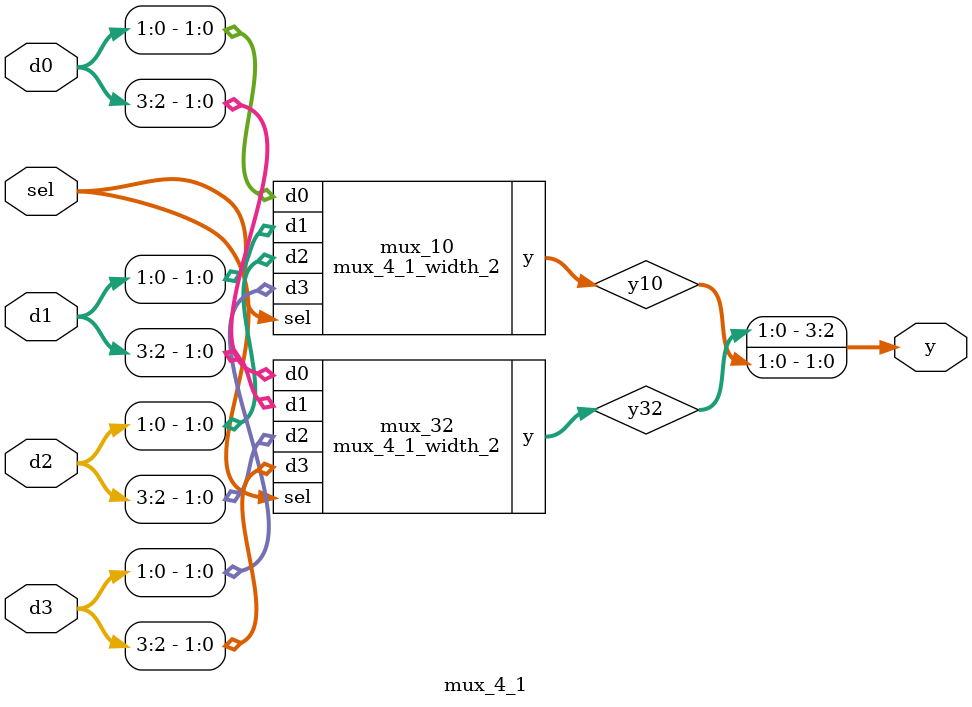
<source format=sv>

module mux_4_1_width_2
(
  input  [1:0] d0, d1, d2, d3,
  input  [1:0] sel,
  output [1:0] y
);

  assign y = sel [1] ? (sel [0] ? d3 : d2)
                     : (sel [0] ? d1 : d0);

endmodule

//----------------------------------------------------------------------------
// Task
//----------------------------------------------------------------------------

module mux_4_1
(
  input  [3:0] d0, d1, d2, d3,
  input  [1:0] sel,
  output [3:0] y
);

  // Task:
  // Implement mux_4_1 with 4-bit data
  // using two instances of mux_4_1_width_2 with 2-bit data

  wire [1:0] y32, y10;

  mux_4_1_width_2 mux_32 (
    .d0(d0[3:2]),
    .d1(d1[3:2]),
    .d2(d2[3:2]),
    .d3(d3[3:2]),
    .sel(sel),
    .y(y32)
  );

  mux_4_1_width_2 mux_10 (
    .d0(d0[1:0]),
    .d1(d1[1:0]),
    .d2(d2[1:0]),
    .d3(d3[1:0]),
    .sel(sel),
    .y(y10)
  );

  assign y = {y32, y10};

endmodule

</source>
